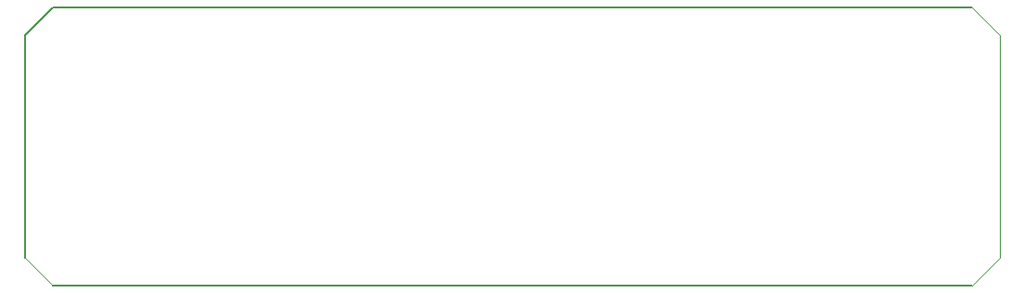
<source format=gbr>
G04 #@! TF.GenerationSoftware,KiCad,Pcbnew,5.1.5*
G04 #@! TF.CreationDate,2020-02-21T13:38:03-06:00*
G04 #@! TF.ProjectId,ESP-01_Breakout,4553502d-3031-45f4-9272-65616b6f7574,rev?*
G04 #@! TF.SameCoordinates,Original*
G04 #@! TF.FileFunction,Profile,NP*
%FSLAX46Y46*%
G04 Gerber Fmt 4.6, Leading zero omitted, Abs format (unit mm)*
G04 Created by KiCad (PCBNEW 5.1.5) date 2020-02-21 13:38:03*
%MOMM*%
%LPD*%
G04 APERTURE LIST*
%ADD10C,0.050000*%
%ADD11C,0.127000*%
G04 APERTURE END LIST*
D10*
X208280000Y-80010000D02*
X205740000Y-77470000D01*
X208280000Y-100330000D02*
X205740000Y-102870000D01*
X121920000Y-102870000D02*
X119380000Y-100330000D01*
D11*
X119380000Y-80010000D02*
X121920000Y-77470000D01*
X205740000Y-77470000D02*
X121920000Y-77470000D01*
D10*
X208280000Y-100330000D02*
X208280000Y-80010000D01*
D11*
X121920000Y-102870000D02*
X205740000Y-102870000D01*
X119380000Y-80010000D02*
X119380000Y-100330000D01*
M02*

</source>
